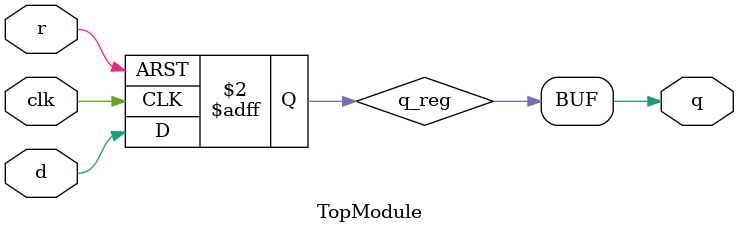
<source format=sv>

module TopModule (
  input clk,
  input d,
  input r,
  output logic q
);

  logic q_reg;

  always_ff @(posedge clk, posedge r) begin
    if (r) begin
      q_reg <= 1'b0;
    end else begin
      q_reg <= d;
    end
  end

  assign q = q_reg;

endmodule

// VERILOG-EVAL: errant inclusion of module definition

</source>
